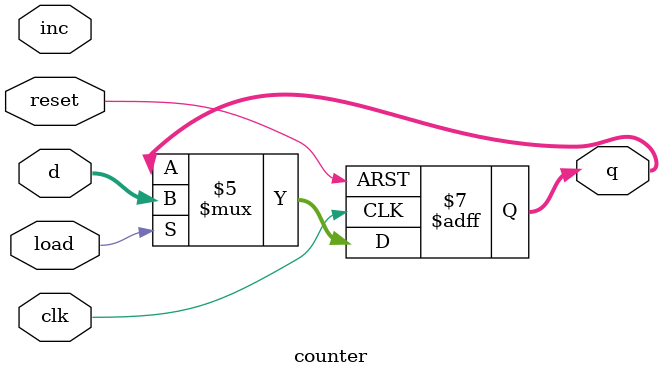
<source format=v>
module counter(clk,reset,load,inc,d,q);
   
  input clk,reset,load,inc;
  input [15:0] d;
  output [15:0] q;
  // reg [15:0] 	 q;

  always @(posedge clk or negedge reset)
    if(!reset) q <= 16'h0000;
    else if(load) q <= d;
    else if(inc) q <= q;

endmodule
</source>
